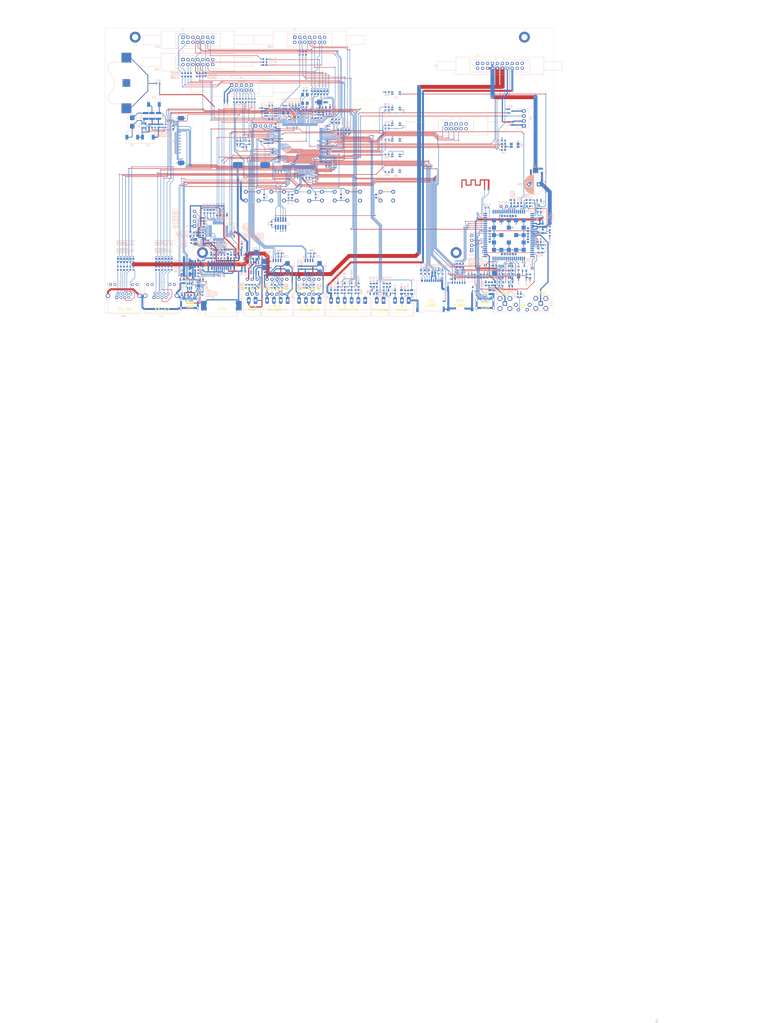
<source format=kicad_pcb>
(kicad_pcb
	(version 20240108)
	(generator "pcbnew")
	(generator_version "8.0")
	(general
		(thickness 1.6)
		(legacy_teardrops no)
	)
	(paper "A3")
	(layers
		(0 "F.Cu" signal)
		(1 "In1.Cu" signal)
		(2 "In2.Cu" signal)
		(31 "B.Cu" signal)
		(32 "B.Adhes" user "B.Adhesive")
		(33 "F.Adhes" user "F.Adhesive")
		(34 "B.Paste" user)
		(35 "F.Paste" user)
		(36 "B.SilkS" user "B.Silkscreen")
		(37 "F.SilkS" user "F.Silkscreen")
		(38 "B.Mask" user)
		(39 "F.Mask" user)
		(40 "Dwgs.User" user "User.Drawings")
		(41 "Cmts.User" user "User.Comments")
		(42 "Eco1.User" user "User.Eco1")
		(43 "Eco2.User" user "User.Eco2")
		(44 "Edge.Cuts" user)
		(45 "Margin" user)
		(46 "B.CrtYd" user "B.Courtyard")
		(47 "F.CrtYd" user "F.Courtyard")
		(48 "B.Fab" user)
		(49 "F.Fab" user)
		(50 "User.1" user "Gehäuse Ausschnitte")
		(51 "User.2" user)
		(52 "User.3" user)
		(53 "User.4" user)
		(54 "User.5" user)
		(55 "User.6" user)
		(56 "User.7" user)
		(57 "User.8" user)
		(58 "User.9" user)
	)
	(setup
		(stackup
			(layer "F.SilkS"
				(type "Top Silk Screen")
				(color "White")
			)
			(layer "F.Paste"
				(type "Top Solder Paste")
			)
			(layer "F.Mask"
				(type "Top Solder Mask")
				(color "Green")
				(thickness 0.01)
			)
			(layer "F.Cu"
				(type "copper")
				(thickness 0.035)
			)
			(layer "dielectric 1"
				(type "prepreg")
				(color "FR4 natural")
				(thickness 0.1)
				(material "FR4")
				(epsilon_r 4.5)
				(loss_tangent 0.02)
			)
			(layer "In1.Cu"
				(type "copper")
				(thickness 0.035)
			)
			(layer "dielectric 2"
				(type "core")
				(color "FR4 natural")
				(thickness 1.24)
				(material "FR4")
				(epsilon_r 4.5)
				(loss_tangent 0.02)
			)
			(layer "In2.Cu"
				(type "copper")
				(thickness 0.035)
			)
			(layer "dielectric 3"
				(type "prepreg")
				(color "FR4 natural")
				(thickness 0.1)
				(material "FR4")
				(epsilon_r 4.5)
				(loss_tangent 0.02)
			)
			(layer "B.Cu"
				(type "copper")
				(thickness 0.035)
			)
			(layer "B.Mask"
				(type "Bottom Solder Mask")
				(color "Green")
				(thickness 0.01)
			)
			(layer "B.Paste"
				(type "Bottom Solder Paste")
			)
			(layer "B.SilkS"
				(type "Bottom Silk Screen")
				(color "White")
			)
			(copper_finish "None")
			(dielectric_constraints no)
		)
		(pad_to_mask_clearance 0)
		(allow_soldermask_bridges_in_footprints no)
		(aux_axis_origin 50 225)
		(pcbplotparams
			(layerselection 0x00010fc_ffffffff)
			(plot_on_all_layers_selection 0x0000000_00000000)
			(disableapertmacros no)
			(usegerberextensions no)
			(usegerberattributes yes)
			(usegerberadvancedattributes yes)
			(creategerberjobfile yes)
			(dashed_line_dash_ratio 12.000000)
			(dashed_line_gap_ratio 3.000000)
			(svgprecision 4)
			(plotframeref no)
			(viasonmask no)
			(mode 1)
			(useauxorigin no)
			(hpglpennumber 1)
			(hpglpenspeed 20)
			(hpglpendiameter 15.000000)
			(pdf_front_fp_property_popups yes)
			(pdf_back_fp_property_popups yes)
			(dxfpolygonmode yes)
			(dxfimperialunits yes)
			(dxfusepcbnewfont yes)
			(psnegative no)
			(psa4output no)
			(plotreference yes)
			(plotvalue yes)
			(plotfptext yes)
			(plotinvisibletext no)
			(sketchpadsonfab no)
			(subtractmaskfromsilk no)
			(outputformat 1)
			(mirror no)
			(drillshape 1)
			(scaleselection 1)
			(outputdirectory "")
		)
	)
	(net 0 "")
	(net 1 "Net-(BT1-+)")
	(net 2 "GND")
	(net 3 "Net-(BZ1--)")
	(net 4 "+4V")
	(net 5 "/Controller/NRST")
	(net 6 "VDD")
	(net 7 "/Controller/ADC3_INP0_SENSOR_LIGHT")
	(net 8 "/ethernet/1V2D")
	(net 9 "/ethernet/1V2A")
	(net 10 "+10V")
	(net 11 "+1V8")
	(net 12 "/Controller/Vref+")
	(net 13 "/GSM/VDD_AUX")
	(net 14 "/AnalogIN Sheet/EXT_SHUNT1+")
	(net 15 "/AnalogIN Sheet/EXT_SHUNT1-")
	(net 16 "/AnalogIN Sheet/SENSOR1_ID2")
	(net 17 "/AnalogIN Sheet/SENSOR1_ID1")
	(net 18 "/AnalogIN Sheet/EXT_SHUNT2+")
	(net 19 "/AnalogIN Sheet/EXT_SHUNT2-")
	(net 20 "/AnalogIN Sheet/SENSOR2_ID2")
	(net 21 "/AnalogIN Sheet/SENSOR2_ID1")
	(net 22 "/AnalogIN Sheet/EXT_IN4")
	(net 23 "/AnalogIN Sheet/EXT_IN3")
	(net 24 "/AnalogIN Sheet/EXT_IN2")
	(net 25 "/AnalogIN Sheet/EXT_IN1")
	(net 26 "+15V")
	(net 27 "/Controller/BTN_OK")
	(net 28 "/Controller/BTN_RIGHT")
	(net 29 "/Controller/BTN_LEFT")
	(net 30 "/Controller/BTN_DOWN")
	(net 31 "/Controller/BTN_UP")
	(net 32 "GND1")
	(net 33 "/Kommunikation/+5V_1")
	(net 34 "/Kommunikation/+5V_2")
	(net 35 "GND2")
	(net 36 "/Controller/ADC2_INP4_I_OUT+")
	(net 37 "/Controller/ADC2_INN4_I_OUT-")
	(net 38 "/Controller/GPIO_INPUT_CURRENT_PROTECTION")
	(net 39 "/Controller/OUTPUT_CONTROL")
	(net 40 "/powerboardConnection/U_SETPOINT")
	(net 41 "/Controller/TIM1_CH1_PWM1_H")
	(net 42 "+5V")
	(net 43 "/Controller/1WIRE_TEMP")
	(net 44 "/Controller/ADC2_INP3_I_OUT_MPP1+")
	(net 45 "/Controller/ADC2_INN3_I_OUT_MPP1-")
	(net 46 "/Controller/ADC3_INP10_U_OUT_MPP1")
	(net 47 "/Controller/ADC1_INP15_U_IN_MPP1")
	(net 48 "/Controller/ADC1_INP16_I_OUT_MPP2+")
	(net 49 "/Controller/ADC1_INP14_U_IN_MPP2")
	(net 50 "/Controller/ADC1_INN16_I_OUT_MPP2-")
	(net 51 "/AnalogIN Sheet/UBatt+")
	(net 52 "/AnalogIN Sheet/Ubatt-")
	(net 53 "/Controller/TIM1_CH1N_PWM1_L")
	(net 54 "/Controller/TIM15_CH1N_PWM2_L")
	(net 55 "/Controller/TIM15_CH1_PWM2_H")
	(net 56 "/GSM/MIC_N_")
	(net 57 "/GSM/MIC_P_")
	(net 58 "/Display/GSM_NETLIGHT")
	(net 59 "Net-(F1-Pad1)")
	(net 60 "Net-(F2-Pad2)")
	(net 61 "Net-(F3-Pad1)")
	(net 62 "Net-(F4-Pad2)")
	(net 63 "Net-(AE1-A)")
	(net 64 "/Controller/~{5V0_POWER_EN}")
	(net 65 "/Controller/~{10V_POWER_EN}")
	(net 66 "/Controller/~{4V0_POWER_EN}")
	(net 67 "/Controller/~{15V_POWER_EN}")
	(net 68 "/Kommunikation/T1")
	(net 69 "/Kommunikation/T2")
	(net 70 "/Controller/SD_D2")
	(net 71 "/Controller/SD_CMD")
	(net 72 "/Controller/SD_CD")
	(net 73 "/Controller/SD_CK")
	(net 74 "/Controller/SD_D0")
	(net 75 "/Controller/SD_D1")
	(net 76 "/Controller/SD_D3")
	(net 77 "/Controller/UART5_TX_EXP")
	(net 78 "/Controller/SPI2_SCK")
	(net 79 "/Controller/UART5_RX_EXP")
	(net 80 "/Controller/SPI2_NSS_EXP")
	(net 81 "/Controller/I2C1_SCL")
	(net 82 "/Controller/SPI2_MOSI")
	(net 83 "/Controller/I2C1_SDA")
	(net 84 "/Controller/SPI2_MISO")
	(net 85 "Net-(J26-Pin_3)")
	(net 86 "/Controller/DISPLAY_MOSI")
	(net 87 "/Controller/DISPLAY_RST")
	(net 88 "/Controller/DISPLAY_NSS")
	(net 89 "/Controller/DISPLAY_SCK")
	(net 90 "Net-(JP1-B)")
	(net 91 "/Controller/buzzer")
	(net 92 "Net-(Q3-G)")
	(net 93 "Net-(M1-PWM)")
	(net 94 "/Controller/~{ETH_POWER_EN}")
	(net 95 "/AnalogIN Sheet/M_SWITCH")
	(net 96 "/Controller/boot0")
	(net 97 "/ethernet/LED_Y")
	(net 98 "/ethernet/LED_GN")
	(net 99 "/Controller/LED_TX1")
	(net 100 "/Controller/LED_TX2")
	(net 101 "/Controller/LED_RX1")
	(net 102 "/Controller/LED_RX2")
	(net 103 "/Controller/LED_CHARGE")
	(net 104 "/Controller/LEDE_ERROR")
	(net 105 "/Controller/LED_OUTPUT")
	(net 106 "Net-(Q5-B)")
	(net 107 "/Controller/GSM_PWR")
	(net 108 "/GSM/GNSS_PWR_CTL")
	(net 109 "/GSM/GNSS_TXD")
	(net 110 "/GSM/GNSS_RXD")
	(net 111 "/Kommunikation/T1_")
	(net 112 "/Kommunikation/BIAS_A1")
	(net 113 "/Kommunikation/BIAS_B1")
	(net 114 "/Kommunikation/BIAS_A2")
	(net 115 "/Kommunikation/T2_")
	(net 116 "/Kommunikation/BIAS_B2")
	(net 117 "/Controller/DISPLAY_LIGHT")
	(net 118 "/Controller/SPI2_NSS_ETH")
	(net 119 "Net-(M1-Tacho)")
	(net 120 "/Controller/GPIO_OUT_CAN_MODE")
	(net 121 "/Controller/USART3_CTS_GSM")
	(net 122 "/Controller/USART2_DE_MODBUS_SLAVE")
	(net 123 "/Controller/GPIO_INPUT_STATUS_GSM")
	(net 124 "/Controller/TIM24_CH3_OUT3")
	(net 125 "/Controller/EXTI8_INT_ETH")
	(net 126 "/Controller/USART3_RTS_GSM")
	(net 127 "/Controller/GPIO_OUTPUT_RST_ETH")
	(net 128 "/Controller/USART2_RX_MODBUS_SLAVE")
	(net 129 "/Controller/TIM24_CH1_OUT1")
	(net 130 "/Controller/USART10_TX_MODBUS_MASTER")
	(net 131 "/Controller/USART10_DE_MODBUS_MASTER")
	(net 132 "/Controller/TIM24_CH4_OUT4")
	(net 133 "/Controller/swdio")
	(net 134 "/Controller/FD_CAN1_TX")
	(net 135 "/Controller/USART3_RX_GSM")
	(net 136 "/Controller/swclk")
	(net 137 "/Controller/FDCAN1_RX")
	(net 138 "/Controller/USART2_TX_MODBUS_SLAVE")
	(net 139 "/Controller/TIM24_CH2_OUT2")
	(net 140 "/Controller/USART10_RX_MODBUS_MASTER")
	(net 141 "/Controller/USART3_TX_GSM")
	(net 142 "/Controller/swo")
	(net 143 "/GSM/RXD")
	(net 144 "/GSM/CTS")
	(net 145 "unconnected-(U11-NC-Pad1)")
	(net 146 "/GSM/TXD")
	(net 147 "/GSM/RTS")
	(net 148 "unconnected-(U12-NC-Pad1)")
	(net 149 "unconnected-(H1-Pad1)")
	(net 150 "unconnected-(H2-Pad1)")
	(net 151 "Net-(J25-Pin_3)")
	(net 152 "Net-(J25-Pin_4)")
	(net 153 "Net-(Q5-C)")
	(net 154 "/Controller/DAC1_OUT")
	(net 155 "Net-(J4-Pin_2)")
	(net 156 "Net-(D3-BK)")
	(net 157 "Net-(D3-GK)")
	(net 158 "unconnected-(D3-RK-Pad1)")
	(net 159 "unconnected-(D6-RK-Pad1)")
	(net 160 "Net-(D6-GK)")
	(net 161 "unconnected-(D7-RK-Pad1)")
	(net 162 "Net-(J15-Pin_2)")
	(net 163 "Net-(Q4-B)")
	(net 164 "/GSM/vcc_sim")
	(net 165 "Net-(D15-A1)")
	(net 166 "Net-(D12-A1)")
	(net 167 "/Controller/ADC3_INP1_SENSOR_TEMP_HEATSINK")
	(net 168 "Net-(J22-Pin_3)")
	(net 169 "Net-(J22-Pin_4)")
	(net 170 "/Controller/ADC3_INP11_U_OUT_MPP2")
	(net 171 "Net-(U2-GNDF)")
	(net 172 "Net-(U3-PH0)")
	(net 173 "Net-(U3-PH1)")
	(net 174 "Net-(C14-Pad1)")
	(net 175 "Net-(C15-Pad1)")
	(net 176 "Net-(U3-VDDA)")
	(net 177 "Net-(U3-PC14)")
	(net 178 "Net-(U3-PC15)")
	(net 179 "Net-(U6-VIN)")
	(net 180 "Net-(D8-K)")
	(net 181 "Net-(U10-VBAT_1)")
	(net 182 "Net-(J14-In)")
	(net 183 "Net-(U10-GNSS_ANT)")
	(net 184 "Net-(D11-A1)")
	(net 185 "Net-(U14-Vref)")
	(net 186 "Net-(C93-Pad2)")
	(net 187 "Net-(C100-Pad1)")
	(net 188 "Net-(U17-XSCI)")
	(net 189 "Net-(C106-Pad1)")
	(net 190 "Net-(J22-Pin_1)")
	(net 191 "Net-(C112-Pad1)")
	(net 192 "Net-(C113-Pad1)")
	(net 193 "Net-(C116-Pad1)")
	(net 194 "Net-(D2-GK)")
	(net 195 "Net-(D2-BK)")
	(net 196 "unconnected-(D2-RK-Pad1)")
	(net 197 "unconnected-(D4-BK-Pad4)")
	(net 198 "Net-(D4-GK)")
	(net 199 "unconnected-(D4-RK-Pad1)")
	(net 200 "Net-(D5-RK)")
	(net 201 "unconnected-(D5-GK-Pad3)")
	(net 202 "unconnected-(D5-BK-Pad4)")
	(net 203 "unconnected-(D6-BK-Pad4)")
	(net 204 "unconnected-(D7-GK-Pad3)")
	(net 205 "Net-(D7-A)")
	(net 206 "Net-(D8-A)")
	(net 207 "unconnected-(H3-Pad1)")
	(net 208 "unconnected-(H4-Pad1)")
	(net 209 "unconnected-(J2-Pin_10-Pad10)")
	(net 210 "unconnected-(J2-Pin_2-Pad2)")
	(net 211 "unconnected-(J2-Pin_4-Pad4)")
	(net 212 "unconnected-(J2-Pin_6-Pad6)")
	(net 213 "unconnected-(J2-Pin_8-Pad8)")
	(net 214 "unconnected-(J2-Pin_9-Pad9)")
	(net 215 "unconnected-(J3-KEY-Pad7)")
	(net 216 "unconnected-(J3-NC{slash}TDI-Pad8)")
	(net 217 "Net-(J5-Pin_5)")
	(net 218 "Net-(J5-Pin_10)")
	(net 219 "Net-(J5-Pin_7)")
	(net 220 "Net-(J5-Pin_3)")
	(net 221 "Net-(J5-Pin_4)")
	(net 222 "Net-(J5-Pin_8)")
	(net 223 "Net-(J5-Pin_6)")
	(net 224 "Net-(J5-Pin_9)")
	(net 225 "Net-(J6-Pin_2)")
	(net 226 "Net-(J6-Pin_3)")
	(net 227 "unconnected-(J9-NC-Pad38)")
	(net 228 "unconnected-(J9-NC-Pad7)")
	(net 229 "unconnected-(J9-NC-Pad39)")
	(net 230 "unconnected-(J9-NC-Pad8)")
	(net 231 "unconnected-(J9-NC-Pad35)")
	(net 232 "unconnected-(J9-NC-Pad37)")
	(net 233 "Net-(J9-K1)")
	(net 234 "unconnected-(J9-NC-Pad36)")
	(net 235 "Net-(J10-RST)")
	(net 236 "unconnected-(J10-VPP-Pad6)")
	(net 237 "Net-(J10-I{slash}O)")
	(net 238 "Net-(J10-CLK)")
	(net 239 "Net-(J11-Pin_3)")
	(net 240 "Net-(J11-Pin_2)")
	(net 241 "Net-(J13-In)")
	(net 242 "Net-(J15-Pin_3)")
	(net 243 "Net-(J15-Pin_5)")
	(net 244 "Net-(J15-Pin_4)")
	(net 245 "Net-(J16-Pad5)")
	(net 246 "Net-(J16-Pad4)")
	(net 247 "unconnected-(J16-Pad10)")
	(net 248 "Net-(J16-Pad1)")
	(net 249 "unconnected-(J16-Pad9)")
	(net 250 "Net-(J16-Pad2)")
	(net 251 "unconnected-(J16-Pad12)")
	(net 252 "unconnected-(J16-Pad11)")
	(net 253 "Net-(J17-Pad2)")
	(net 254 "unconnected-(J17-Pad9)")
	(net 255 "unconnected-(J17-Pad10)")
	(net 256 "Net-(J17-Pad1)")
	(net 257 "unconnected-(J17-Pad12)")
	(net 258 "Net-(J17-Pad5)")
	(net 259 "unconnected-(J17-Pad11)")
	(net 260 "Net-(J17-Pad4)")
	(net 261 "Net-(J18-Pin_1)")
	(net 262 "Net-(J18-Pin_2)")
	(net 263 "Net-(J20-Pin_2)")
	(net 264 "Net-(J21-Pin_2)")
	(net 265 "Net-(J22-Pin_2)")
	(net 266 "Net-(J23-TD+)")
	(net 267 "Net-(J23-RD-)")
	(net 268 "Net-(J23-TD-)")
	(net 269 "Net-(J23-Pad11)")
	(net 270 "unconnected-(J23-NC-Pad9)")
	(net 271 "Net-(J23-Pad2)")
	(net 272 "Net-(J23-RD+)")
	(net 273 "Net-(J24-Pin_3)")
	(net 274 "Net-(J24-Pin_4)")
	(net 275 "Net-(J24-Pin_11)")
	(net 276 "Net-(J24-Pin_9)")
	(net 277 "Net-(J24-Pin_10)")
	(net 278 "unconnected-(J24-Pin_6-Pad6)")
	(net 279 "unconnected-(J25-Pin_6-Pad6)")
	(net 280 "Net-(J25-Pin_11)")
	(net 281 "Net-(J25-Pin_9)")
	(net 282 "Net-(J25-Pin_10)")
	(net 283 "Net-(J26-Pin_5)")
	(net 284 "unconnected-(J26-Pin_9-Pad9)")
	(net 285 "Net-(J26-Pin_4)")
	(net 286 "unconnected-(J26-Pin_6-Pad6)")
	(net 287 "Net-(J26-Pin_11)")
	(net 288 "Net-(L3-Pad1)")
	(net 289 "Net-(Q6-D)")
	(net 290 "Net-(Q7-D)")
	(net 291 "Net-(R2-Pad1)")
	(net 292 "Net-(U1-SDA)")
	(net 293 "Net-(U1-SCL)")
	(net 294 "Net-(U3-VBAT)")
	(net 295 "Net-(U6-EN)")
	(net 296 "Net-(R39-Pad2)")
	(net 297 "Net-(U10-USIM1_DATA)")
	(net 298 "Net-(U10-USIM1_CLK)")
	(net 299 "Net-(U10-USIM1_RST)")
	(net 300 "Net-(U10-NETLIGHT)")
	(net 301 "Net-(U10-USB_BOOT)")
	(net 302 "Net-(U10-MK_IN_3)")
	(net 303 "Net-(U10-UART3_RXD)")
	(net 304 "Net-(U10-UART3_TXD)")
	(net 305 "Net-(R72-Pad2)")
	(net 306 "Net-(R73-Pad2)")
	(net 307 "Net-(U17-XSCO)")
	(net 308 "Net-(U17-RSET_BG)")
	(net 309 "Net-(R90-Pad1)")
	(net 310 "Net-(U17-MOD)")
	(net 311 "Net-(U17-MOD1)")
	(net 312 "Net-(U17-MOD2)")
	(net 313 "Net-(U17-MOD3)")
	(net 314 "Net-(U17-TXOP)")
	(net 315 "Net-(U17-TXON)")
	(net 316 "Net-(U17-RXIP)")
	(net 317 "Net-(U17-RXIN)")
	(net 318 "Net-(U10-RESET)")
	(net 319 "Net-(U10-EAR_P)")
	(net 320 "Net-(U10-EAR_N)")
	(net 321 "Net-(U10-1PPS)")
	(net 322 "unconnected-(U6-Pad5)")
	(net 323 "unconnected-(U7-IO4-Pad6)")
	(net 324 "unconnected-(U8-NC-Pad1)")
	(net 325 "unconnected-(U9-NC-Pad1)")
	(net 326 "unconnected-(U10-CAM_PWDN-Pad119)")
	(net 327 "unconnected-(U10-MK_IN_6{slash}I2C3_SCL-Pad36)")
	(net 328 "unconnected-(U10-USIM1_DET-Pad34)")
	(net 329 "unconnected-(U10-ADC-Pad25)")
	(net 330 "unconnected-(U10-MK_OUT_2-Pad44)")
	(net 331 "unconnected-(U10-MK_IN_2-Pad47)")
	(net 332 "unconnected-(U10-I2C_SDA-Pad37)")
	(net 333 "unconnected-(U10-SPI_CLK-Pad11)")
	(net 334 "unconnected-(U10-LCD_RST-Pad106)")
	(net 335 "Net-(U10-STATUS)")
	(net 336 "unconnected-(U10-USIM2_DATA-Pad108)")
	(net 337 "unconnected-(U10-MK_OUT_5-Pad67)")
	(net 338 "unconnected-(U10-RI-Pad4)")
	(net 339 "unconnected-(U10-I2C_SCL-Pad38)")
	(net 340 "unconnected-(U10-CAM_SPI_D1-Pad123)")
	(net 341 "unconnected-(U10-LCD_SPI_CS-Pad105)")
	(net 342 "unconnected-(U10-GPIO2-Pad26)")
	(net 343 "unconnected-(U10-MK_IN_5-Pad68)")
	(net 344 "unconnected-(U10-DTR-Pad3)")
	(net 345 "unconnected-(U10-NC_3-Pad115)")
	(net 346 "unconnected-(U10-SPI_MISO-Pad14)")
	(net 347 "unconnected-(U10-CAM_SPI_CLK-Pad124)")
	(net 348 "unconnected-(U10-LCD_SPI_CLK-Pad102)")
	(net 349 "unconnected-(U10-CAM_I2C_SCL-Pad118)")
	(net 350 "unconnected-(U10-CAM_RST-Pad120)")
	(net 351 "unconnected-(U10-NC_2-Pad114)")
	(net 352 "unconnected-(U10-CAM_SPI_D0-Pad122)")
	(net 353 "unconnected-(U10-USIM2_DET-Pad112)")
	(net 354 "unconnected-(U10-LCD_SPI_TXD-Pad103)")
	(net 355 "unconnected-(U10-LCD_SPI_RXD-Pad104)")
	(net 356 "unconnected-(U10-USIM2_CLK-Pad109)")
	(net 357 "unconnected-(U10-USIM2_RST-Pad111)")
	(net 358 "unconnected-(U10-MK_OUT_3-Pad21)")
	(net 359 "unconnected-(U10-SPI_CS-Pad12)")
	(net 360 "unconnected-(U10-SPI_MOSI-Pad13)")
	(net 361 "unconnected-(U10-GPIO1-Pad19)")
	(net 362 "unconnected-(U10-NC_1-Pad113)")
	(net 363 "unconnected-(U10-GPIO4-Pad53)")
	(net 364 "unconnected-(U10-CAM_MCLK-Pad121)")
	(net 365 "unconnected-(U10-USIM2_VDD-Pad110)")
	(net 366 "unconnected-(U10-LCD_BL_PWM-Pad101)")
	(net 367 "unconnected-(U10-GPIO3-Pad48)")
	(net 368 "unconnected-(U10-DCD-Pad5)")
	(net 369 "unconnected-(U10-CAM_I2C_SDA-Pad117)")
	(net 370 "unconnected-(U10-MK_OUT_6{slash}I2C3_SDA-Pad35)")
	(net 371 "unconnected-(U10-LCD_DCX-Pad107)")
	(net 372 "unconnected-(U13-NC-Pad1)")
	(net 373 "unconnected-(U17-RDN-Pad34)")
	(net 374 "unconnected-(U17-DAT7-Pad44)")
	(net 375 "unconnected-(U17-DAT4-Pad41)")
	(net 376 "unconnected-(U17-DAT0-Pad37)")
	(net 377 "unconnected-(U17-DAT2-Pad39)")
	(net 378 "unconnected-(U17-DAT3-Pad40)")
	(net 379 "unconnected-(U17-DAT6-Pad43)")
	(net 380 "unconnected-(U17-WRN-Pad35)")
	(net 381 "unconnected-(U17-DAT1-Pad38)")
	(net 382 "unconnected-(U17-DAT5-Pad42)")
	(net 383 "shield")
	(net 384 "Net-(C129-Pad1)")
	(net 385 "/GSM/vbat_adc")
	(net 386 "Net-(J7-D+-PadA6)")
	(net 387 "Net-(J7-D--PadA7)")
	(net 388 "unconnected-(J7-SBU2-PadB8)")
	(net 389 "unconnected-(J7-SBU1-PadA8)")
	(net 390 "Net-(U18-REF_RTN)")
	(net 391 "Net-(U18-REF)")
	(net 392 "Net-(R131-Pad1)")
	(net 393 "Net-(R130-Pad2)")
	(net 394 "/Controller/USB_PWR_EN")
	(net 395 "/Controller/USB_UFP")
	(net 396 "/Controller/USB_PWR_FAIL")
	(net 397 "unconnected-(U18-AUDIO-Pad17)")
	(net 398 "/Controller/USB_DM")
	(net 399 "unconnected-(U18-POL-Pad18)")
	(net 400 "/Controller/USB_DP")
	(net 401 "unconnected-(U18-DEBUG-Pad16)")
	(net 402 "Net-(J7-CC2)")
	(net 403 "Net-(J7-CC1)")
	(net 404 "unconnected-(U4-IO4-Pad6)")
	(net 405 "unconnected-(U4-IO3-Pad4)")
	(net 406 "Net-(C12-Pad2)")
	(net 407 "Net-(C25-Pad1)")
	(net 408 "unconnected-(U18-LD_DET-Pad20)")
	(net 409 "unconnected-(J27-SBU1-PadA8)")
	(net 410 "Net-(J27-CC1)")
	(net 411 "unconnected-(J27-SBU2-PadB8)")
	(net 412 "Net-(J27-CC2)")
	(net 413 "Net-(J27-SHIELD)")
	(net 414 "Net-(U10-USB_DP)")
	(net 415 "Net-(U10-USB_DM)")
	(net 416 "Net-(U10-VBUS)")
	(net 417 "Net-(R127-Pad2)")
	(net 418 "Net-(R126-Pad2)")
	(net 419 "Net-(R127-Pad1)")
	(net 420 "Net-(J9-A)")
	(net 421 "Net-(C136-Pad1)")
	(net 422 "Net-(C137-Pad1)")
	(footprint "Button_Switch_THT:SW_PUSH_6mm_H9.5mm" (layer "F.Cu") (at 191.25 143.8))
	(footprint "Button_Switch_THT:SW_PUSH_6mm_H9.5mm" (layer "F.Cu") (at 148.25 143.85))
	(footprint "myDisplay:ER-TFT030-1" (layer "F.Cu") (at 150.9875 117.6))
	(footprint "Button_Switch_THT:SW_PUSH_6mm_H9.5mm" (layer "F.Cu") (at 174.25 143.8))
	(footprint "MountingHole:MountingHole_3.2mm_M3_DIN965_Pad" (layer "F.Cu") (at 265 64.5))
	(footprint "Button_Switch_THT:SW_PUSH_6mm_H9.5mm" (layer "F.Cu") (at 161.25 143.8))
	(footprint "Button_Switch_THT:SW_DIP_SPSTx05_Slide_6.7x14.26mm_W7.62mm_P2.54mm_LowProfile" (layer "F.Cu") (at 149.5 196.3 90))
	(footprint "MountingHole:MountingHole_3.2mm_M3_DIN965_Pad" (layer "F.Cu") (at 230 175))
	(footprint "myEnclosure:greenControllerV2" (layer "F.Cu") (at 239.3 179.2))
	(footprint "Button_Switch_THT:SW_DIP_SPSTx05_Slide_6.7x14.26mm_W7.62mm_P2.54mm_LowProfile" (layer "F.Cu") (at 133.1 196.3 90))
	(footprint "MountingHole:MountingHole_3.2mm_M3_DIN965_Pad" (layer "F.Cu") (at 100 175))
	(footprint "Button_Switch_THT:SW_DIP_SPSTx03_Slide_6.7x9.18mm_W7.62mm_P2.54mm_LowProfile" (layer "F.Cu") (at 122.975 196.3 90))
	(footprint "MountingHole:MountingHole_3.2mm_M3_DIN965_Pad" (layer "F.Cu") (at 65.5 64.5))
	(footprint "Button_Switch_THT:SW_PUSH_6mm_H9.5mm" (layer "F.Cu") (at 122.25 143.8))
	(footprint "Button_Switch_THT:SW_PUSH_6mm_H9.5mm"
		(layer "F.Cu")
		(uuid "c2eb07a8-04b2-4840-91b9-c97c08248494")
		(at 135.25 143.8)
		(descr "tactile push button, 6x6mm e.g. PHAP33xx series, height=9.5mm")
		(tags "tact sw push 6mm")
		(property "Reference" "SW2"
			(at 3.25 -2 0)
			(layer "F.SilkS")
			(hide yes)
			(uuid "47a5cd3e-cd12-4f70-98fa-e096799553d5")
			(effects
				(font
					(size 1 1)
					(thickness 0.15)
				)
			)
		)
		(property "Value" "SW_Omron_B3FS"
			(at 3.75 6.7 0)
			(layer "F.Fab")
			(uuid "40cecf62-595b-4793-97ed-4bbef03095b7")
			(effects
				(font
					(size 1 1)
					(thickness 0.15)
				)
			)
		)
		(property "Footprint" "Button_Switch_THT:SW_PUSH_6mm_H9.5mm"
			(at 0 0 0)
			(unlocked yes)
			(layer "F.Fab")
			(hide yes)
			(uuid "f2ba70e3-d6dc-4569-ba7f-066444b6cecb")
			(effects
				(font
					(size 1.27 1.27)
					(thickness 0.15)
				)
			)
		)
		(property "Datasheet" "https://omronfs.omron.com/en_US/ecb/products/pdf/en-b3fs.pdf"
			(at 0 0 0)
			(unlocked yes)
			(layer "F.Fab")
			(hide yes)
			(uuid "09956168-2740-47c0-aad3-4a22f9a8cd6d")
			(effects
				(font
					(size 1.27 1.27)
					(thickness 0.15)
				)
			)
		)
		(property "Description" "Omron B3FS 6x6mm single pole normally-open tactile switch"
			(at 0 0 0)
			(unlocked yes)
			(layer "F.Fab")
			(hide yes)
			(uuid "9fc933c4-1b50-45f6-9292-3b3f09b415c9")
			(effects
				(font
					(size 1.27 1.27)
					(thickness 0.15)
				)
			)
		)
		(property "Voltage" ""
			(at 0 0 0)
			(unlocked yes)
			(layer "F.Fab")
			(hide yes)
			(uuid "6c9f1c2d-b555-4b80-9d51-1618602b2cdf")
			(effects
				(font
					(size 1 1)
					(thickness 0.15)
				)
			)
		)
		(property "Toleranz" ""
			(at 0 0 0)
			(unlocked yes)
			(layer "F.Fab")
			(hide yes)
			(uuid "02bc28ba-3fa8-4b88-99a8-b6b05e610056")
			(effects
				(font
					(size 1 1)
					(thickness 0.15)
				)
			)
		)
		(property "HAN" "PHAP3305D"
			(at 0 0 0)
			(unlocked yes)
			(layer "F.Fab")
			(hide yes)
			(uuid "7d9fd223-ef21-435d-94da-9e06cbd6cbc1")
			(effects
				(font
					(size 1 1)
					(thickness 0.15)
				)
			)
		)
		(property "ECS Art#" "EM018"
			(at 0 0 0)
			(unlocked yes)
			(layer "F.Fab")
			(hide yes)
			(uuid "7de08aa9-6f6d-4a5d-9e7a-20a920b13510")
			(effects
				(font
					(size 1 1)
					(thickness 0.15)
				)
			)
		)
		(property "MF" "APEM"
			(at 0 0 0)
			(unlocked yes)
			(layer "F.Fab")
			(hide yes)
			(uuid "18b5b371-55f3-40b9-8ced-935572fe44fc")
			(effects
				(font
					(size 1 1)
					(thickness 0.15)
				)
			)
		)
		(property ki_fp_filters "SW*Omron*B3FS*")
		(path "/b732b7a3-1c85-44f7-87d5-278ac3753575/221fc737-1c4b-4fdc-92a3-8a47eab961a1")
		(sheetname "Display")
		(sheetfile "display.kicad_sch")
		(attr through_hole)
		(fp_line
			(start -0.25 1.5)
			(end -0.25 3)
			(stroke
				(width 0.12)
				(type solid)
			)
			(layer "F.SilkS")
			(uuid "744efd74-8a21-4af2-848d-4035d12029f4")
		)
		(fp_line
			(start 1 5.5)
			(end 5.5 5.5)
			(stroke
				(width 0.12)
				(type solid)
			)
			(layer "F.SilkS")
			(uuid "050b3bfc-06b0-4f1f-bbad-332b2ab6a58b")
		)
		(fp_line
			(start 5.5 -1)
			(end 1 -1)
			(stroke
				(width 0.12)
				(type solid)
			)
			(layer "F.SilkS")
			(uuid "f59723e3-3d27-4eb3-89d8-fc5a2bb65f6d")
		)
		(fp_line
			(start 6.75 3)
			(end 6.75 1.5)
			(stroke
				(width 0.12)
				(type solid)
			)
			(layer "F.SilkS")
			(uuid "36d8ccda-516f-4b16-ae14-2872c0546d04")
		)
		(fp_line
			(start -1.5 -1.5)
			(end -1.25 -1.5)
			(stroke
				(width 0.05)
				(type solid)
			)
			(layer "F.CrtYd")
			(uuid "9d4a7497-81bd-4ee7-b760-514a501a3788")
		)
		(fp_line
			(start -1.5 -1.25)
			(end -1.5 -1.5)
			(stroke
				(width 0.05)
				(type solid)
			)
			(layer "F.CrtYd")
			(uuid "36e8673a-55a8-418f-b041-ddb6e27ccca6")
		)
		(fp_line
			(start -1.5 5.75)
			(end -1.5 -1.25)
			(stroke
				(width 0.05)
				(type solid)
			)
			(layer "F.CrtYd")
			(uuid "b4b85040-e941-42df-9479-3cf7251919b9")
		)
		(fp_line
			(start -1.5 5.75)
			(end -1.5 6)
			(stroke
				(width 0.05)
				(type solid)
			)
			(layer "F.CrtYd")
			(uuid "496d2a17-ed4f-4b39-aa7c-10eaffa62b10")
		)
		(fp_line
			(start -1.5 6)
			(end -1.25 6)
			(stroke
				(width 0.05)
				(type solid)
			)
			(layer "F.CrtYd")
			(uuid "e361fae8-a256-424f-8b15-4092f76bb4f6")
		)
		(fp_line
			(start -1.25 -1.5)
			(end 7.75 -1.5)
			(stroke
				(width 0.05)
				(type solid)
			)
			(layer "F.CrtYd")
			(uuid "7545c67c-1668-4161-9ab8-ac11e545865b")
		)
		(fp_line
			(start 7.75 -1.5)
			(end 8 -1.5)
			(stroke
				(width 0.05)
				(type solid)
			)
			(layer "F.CrtYd")
			(uuid "7d356530-fc05-40e4-8083-7eb29d614b44")
		)
		(fp_line
			(start 7.75 6)
			(end -1.25 6)
			(stroke
				(width 0.05)
				(type solid)
			)
			(layer "F.CrtYd")
			(uuid "6e0d9e52-2886-4431-9083-fdd5cafb6765")
		)
		(fp_line
			(start 7.75 6)
			(end 8 6)
			(stro
... [5202577 chars truncated]
</source>
